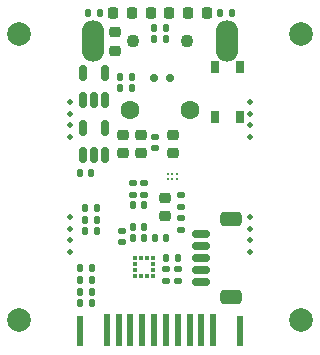
<source format=gbr>
%TF.GenerationSoftware,KiCad,Pcbnew,7.0.9*%
%TF.CreationDate,2024-04-04T21:50:02+13:00*%
%TF.ProjectId,panel,70616e65-6c2e-46b6-9963-61645f706362,rev?*%
%TF.SameCoordinates,Original*%
%TF.FileFunction,Soldermask,Top*%
%TF.FilePolarity,Negative*%
%FSLAX46Y46*%
G04 Gerber Fmt 4.6, Leading zero omitted, Abs format (unit mm)*
G04 Created by KiCad (PCBNEW 7.0.9) date 2024-04-04 21:50:02*
%MOMM*%
%LPD*%
G01*
G04 APERTURE LIST*
G04 Aperture macros list*
%AMRoundRect*
0 Rectangle with rounded corners*
0 $1 Rounding radius*
0 $2 $3 $4 $5 $6 $7 $8 $9 X,Y pos of 4 corners*
0 Add a 4 corners polygon primitive as box body*
4,1,4,$2,$3,$4,$5,$6,$7,$8,$9,$2,$3,0*
0 Add four circle primitives for the rounded corners*
1,1,$1+$1,$2,$3*
1,1,$1+$1,$4,$5*
1,1,$1+$1,$6,$7*
1,1,$1+$1,$8,$9*
0 Add four rect primitives between the rounded corners*
20,1,$1+$1,$2,$3,$4,$5,0*
20,1,$1+$1,$4,$5,$6,$7,0*
20,1,$1+$1,$6,$7,$8,$9,0*
20,1,$1+$1,$8,$9,$2,$3,0*%
G04 Aperture macros list end*
%ADD10C,1.100000*%
%ADD11O,1.900000X3.500000*%
%ADD12RoundRect,0.218750X-0.218750X-0.256250X0.218750X-0.256250X0.218750X0.256250X-0.218750X0.256250X0*%
%ADD13RoundRect,0.135000X-0.135000X-0.185000X0.135000X-0.185000X0.135000X0.185000X-0.135000X0.185000X0*%
%ADD14RoundRect,0.218750X0.256250X-0.218750X0.256250X0.218750X-0.256250X0.218750X-0.256250X-0.218750X0*%
%ADD15C,0.500000*%
%ADD16RoundRect,0.140000X0.140000X0.170000X-0.140000X0.170000X-0.140000X-0.170000X0.140000X-0.170000X0*%
%ADD17RoundRect,0.150000X-0.625000X0.150000X-0.625000X-0.150000X0.625000X-0.150000X0.625000X0.150000X0*%
%ADD18RoundRect,0.250000X-0.650000X0.350000X-0.650000X-0.350000X0.650000X-0.350000X0.650000X0.350000X0*%
%ADD19R,0.500000X2.800000*%
%ADD20R,0.600000X2.600000*%
%ADD21RoundRect,0.140000X-0.140000X-0.170000X0.140000X-0.170000X0.140000X0.170000X-0.140000X0.170000X0*%
%ADD22C,2.000000*%
%ADD23RoundRect,0.135000X0.135000X0.185000X-0.135000X0.185000X-0.135000X-0.185000X0.135000X-0.185000X0*%
%ADD24RoundRect,0.135000X-0.185000X0.135000X-0.185000X-0.135000X0.185000X-0.135000X0.185000X0.135000X0*%
%ADD25RoundRect,0.218750X-0.256250X0.218750X-0.256250X-0.218750X0.256250X-0.218750X0.256250X0.218750X0*%
%ADD26C,1.600000*%
%ADD27RoundRect,0.150000X0.150000X-0.512500X0.150000X0.512500X-0.150000X0.512500X-0.150000X-0.512500X0*%
%ADD28RoundRect,0.225000X-0.250000X0.225000X-0.250000X-0.225000X0.250000X-0.225000X0.250000X0.225000X0*%
%ADD29RoundRect,0.150000X0.150000X0.200000X-0.150000X0.200000X-0.150000X-0.200000X0.150000X-0.200000X0*%
%ADD30RoundRect,0.218750X0.218750X0.256250X-0.218750X0.256250X-0.218750X-0.256250X0.218750X-0.256250X0*%
%ADD31RoundRect,0.147500X0.172500X-0.147500X0.172500X0.147500X-0.172500X0.147500X-0.172500X-0.147500X0*%
%ADD32RoundRect,0.140000X0.170000X-0.140000X0.170000X0.140000X-0.170000X0.140000X-0.170000X-0.140000X0*%
%ADD33RoundRect,0.140000X-0.170000X0.140000X-0.170000X-0.140000X0.170000X-0.140000X0.170000X0.140000X0*%
%ADD34C,0.300000*%
%ADD35R,0.650000X1.050000*%
%ADD36R,0.350000X0.375000*%
%ADD37R,0.375000X0.350000*%
G04 APERTURE END LIST*
D10*
%TO.C,J1*%
X146200000Y-23100000D03*
X150800000Y-23100000D03*
D11*
X142800000Y-23100000D03*
X154200000Y-23100000D03*
%TD*%
D12*
%TO.C,D3*%
X147712500Y-20750000D03*
X149287500Y-20750000D03*
%TD*%
D13*
%TO.C,R18*%
X141690000Y-42300000D03*
X142710000Y-42300000D03*
%TD*%
D14*
%TO.C,L4*%
X145400000Y-32587500D03*
X145400000Y-31012500D03*
%TD*%
D15*
%TO.C,KiKit_MB_1_3*%
X140900000Y-29233334D03*
%TD*%
D16*
%TO.C,C9*%
X147180000Y-39800000D03*
X146220000Y-39800000D03*
%TD*%
D17*
%TO.C,J3*%
X152000000Y-39450000D03*
X152000000Y-40450000D03*
X152000000Y-41450000D03*
X152000000Y-42450000D03*
X152000000Y-43450000D03*
D18*
X154525000Y-38150000D03*
X154525000Y-44750000D03*
%TD*%
D15*
%TO.C,KiKit_MB_1_4*%
X140900000Y-28233334D03*
%TD*%
%TO.C,KiKit_MB_1_1*%
X140900000Y-31233334D03*
%TD*%
D19*
%TO.C,J2*%
X144000000Y-47550000D03*
X145000000Y-47550000D03*
X146000000Y-47550000D03*
X147000000Y-47550000D03*
X148000000Y-47550000D03*
X149000000Y-47550000D03*
X150000000Y-47550000D03*
X151000000Y-47550000D03*
X152000000Y-47550000D03*
X153000000Y-47550000D03*
D20*
X141725000Y-47650000D03*
X155275000Y-47650000D03*
%TD*%
D15*
%TO.C,KiKit_MB_3_2*%
X156100000Y-29233334D03*
%TD*%
D21*
%TO.C,C10*%
X148070000Y-39800000D03*
X149030000Y-39800000D03*
%TD*%
D13*
%TO.C,R26*%
X145090000Y-26100000D03*
X146110000Y-26100000D03*
%TD*%
D15*
%TO.C,KiKit_MB_3_3*%
X156100000Y-30233334D03*
%TD*%
%TO.C,KiKit_MB_3_4*%
X156100000Y-31233334D03*
%TD*%
%TO.C,KiKit_MB_1_2*%
X140900000Y-30233334D03*
%TD*%
D22*
%TO.C,KiKit_TO_3*%
X136599000Y-46700000D03*
%TD*%
D23*
%TO.C,R14*%
X149010000Y-22950000D03*
X147990000Y-22950000D03*
%TD*%
D15*
%TO.C,KiKit_MB_4_4*%
X156100000Y-40966666D03*
%TD*%
D24*
%TO.C,R5*%
X149020000Y-42370000D03*
X149020000Y-43390000D03*
%TD*%
D21*
%TO.C,C20*%
X141720000Y-34300000D03*
X142680000Y-34300000D03*
%TD*%
D13*
%TO.C,R6*%
X148990000Y-41470000D03*
X150010000Y-41470000D03*
%TD*%
D14*
%TO.C,F1*%
X144700000Y-23887500D03*
X144700000Y-22312500D03*
%TD*%
D21*
%TO.C,C15*%
X142170000Y-37250000D03*
X143130000Y-37250000D03*
%TD*%
D15*
%TO.C,KiKit_MB_4_1*%
X156100000Y-37966666D03*
%TD*%
D22*
%TO.C,KiKit_TO_1*%
X136599000Y-22500000D03*
%TD*%
D25*
%TO.C,L1*%
X149600000Y-31012500D03*
X149600000Y-32587500D03*
%TD*%
D23*
%TO.C,R13*%
X143410000Y-20750000D03*
X142390000Y-20750000D03*
%TD*%
D26*
%TO.C,C3*%
X146000000Y-28900000D03*
X151000000Y-28900000D03*
%TD*%
D13*
%TO.C,R28*%
X145090000Y-27100000D03*
X146110000Y-27100000D03*
%TD*%
D24*
%TO.C,R7*%
X150250000Y-36090000D03*
X150250000Y-37110000D03*
%TD*%
D15*
%TO.C,KiKit_MB_2_2*%
X140900000Y-39966666D03*
%TD*%
D24*
%TO.C,R8*%
X150250000Y-38090000D03*
X150250000Y-39110000D03*
%TD*%
D13*
%TO.C,R19*%
X141690000Y-43300000D03*
X142710000Y-43300000D03*
%TD*%
%TO.C,R11*%
X147990000Y-21950000D03*
X149010000Y-21950000D03*
%TD*%
D27*
%TO.C,U6*%
X141950000Y-28037500D03*
X142900000Y-28037500D03*
X143850000Y-28037500D03*
X143850000Y-25762500D03*
X141950000Y-25762500D03*
%TD*%
D12*
%TO.C,D9*%
X144562500Y-20750000D03*
X146137500Y-20750000D03*
%TD*%
D24*
%TO.C,R10*%
X149990000Y-42370000D03*
X149990000Y-43390000D03*
%TD*%
D22*
%TO.C,KiKit_TO_4*%
X160401000Y-46700000D03*
%TD*%
D13*
%TO.C,R16*%
X141690000Y-45300000D03*
X142710000Y-45300000D03*
%TD*%
D28*
%TO.C,C6*%
X148900000Y-36375000D03*
X148900000Y-37925000D03*
%TD*%
D29*
%TO.C,D5*%
X147950000Y-26250000D03*
X149350000Y-26250000D03*
%TD*%
D15*
%TO.C,KiKit_MB_2_4*%
X140900000Y-37966666D03*
%TD*%
D28*
%TO.C,C22*%
X146900000Y-31025000D03*
X146900000Y-32575000D03*
%TD*%
D15*
%TO.C,KiKit_MB_4_2*%
X156100000Y-38966666D03*
%TD*%
%TO.C,KiKit_MB_4_3*%
X156100000Y-39966666D03*
%TD*%
D21*
%TO.C,C18*%
X142170000Y-39150000D03*
X143130000Y-39150000D03*
%TD*%
D30*
%TO.C,D4*%
X152437500Y-20750000D03*
X150862500Y-20750000D03*
%TD*%
D31*
%TO.C,L2*%
X147150000Y-36085000D03*
X147150000Y-35115000D03*
%TD*%
D15*
%TO.C,KiKit_MB_2_3*%
X140900000Y-38966666D03*
%TD*%
D32*
%TO.C,C16*%
X145300000Y-40130000D03*
X145300000Y-39170000D03*
%TD*%
D33*
%TO.C,C5*%
X148100000Y-31220000D03*
X148100000Y-32180000D03*
%TD*%
D15*
%TO.C,KiKit_MB_2_1*%
X140900000Y-40966666D03*
%TD*%
D34*
%TO.C,U2*%
X149150000Y-34350000D03*
X149150000Y-34750000D03*
X149550000Y-34350000D03*
X149550000Y-34750000D03*
X149950000Y-34350000D03*
X149950000Y-34750000D03*
%TD*%
D15*
%TO.C,KiKit_MB_3_1*%
X156100000Y-28233334D03*
%TD*%
D13*
%TO.C,R17*%
X141690000Y-44300000D03*
X142710000Y-44300000D03*
%TD*%
D33*
%TO.C,C13*%
X146200000Y-35120000D03*
X146200000Y-36080000D03*
%TD*%
D16*
%TO.C,C17*%
X147180000Y-38850000D03*
X146220000Y-38850000D03*
%TD*%
%TO.C,C11*%
X147180000Y-37000000D03*
X146220000Y-37000000D03*
%TD*%
D35*
%TO.C,SW1*%
X155275000Y-25325000D03*
X155275000Y-29475000D03*
X153125000Y-25325000D03*
X153125000Y-29475000D03*
%TD*%
D27*
%TO.C,U1*%
X141950000Y-32737500D03*
X142900000Y-32737500D03*
X143850000Y-32737500D03*
X143850000Y-30462500D03*
X141950000Y-30462500D03*
%TD*%
D13*
%TO.C,R12*%
X153590000Y-20750000D03*
X154610000Y-20750000D03*
%TD*%
D21*
%TO.C,C19*%
X142170000Y-38200000D03*
X143130000Y-38200000D03*
%TD*%
D22*
%TO.C,KiKit_TO_2*%
X160401000Y-22500000D03*
%TD*%
D36*
%TO.C,U5*%
X146400000Y-42962500D03*
X146900000Y-42962500D03*
X147400000Y-42962500D03*
X147900000Y-42962500D03*
D37*
X147912500Y-42450000D03*
X147912500Y-41950000D03*
D36*
X147900000Y-41437500D03*
X147400000Y-41437500D03*
X146900000Y-41437500D03*
X146400000Y-41437500D03*
D37*
X146387500Y-41950000D03*
X146387500Y-42450000D03*
%TD*%
M02*

</source>
